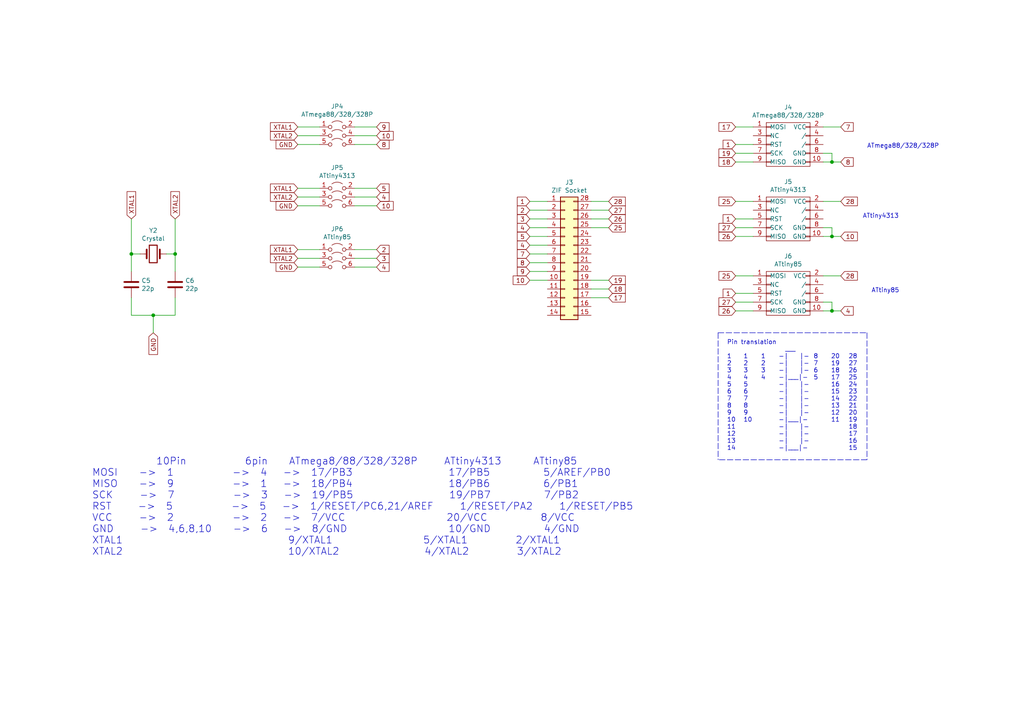
<source format=kicad_sch>
(kicad_sch (version 20231120) (generator "eeschema") (generator_version "8.0")
  (paper "A4")
  (lib_symbols
    (symbol "Connector_Generic:Conn_02x14_Counter_Clockwise" (pin_names (offset 1.016) hide)
      (property "Reference" "J" (at 1.27 17.78 0))
      (property "Value" "Conn_02x14_Counter_Clockwise" (at 1.27 -20.32 0))
      (symbol "Conn_02x14_Counter_Clockwise_1_1"
        (rectangle (start -1.27 -17.653) (end 0 -17.907) (stroke (width 0.1524)))
        (rectangle (start -1.27 -15.113) (end 0 -15.367) (stroke (width 0.1524)))
        (rectangle (start -1.27 -12.573) (end 0 -12.827) (stroke (width 0.1524)))
        (rectangle (start -1.27 -10.033) (end 0 -10.287) (stroke (width 0.1524)))
        (rectangle (start -1.27 -7.493) (end 0 -7.747) (stroke (width 0.1524)))
        (rectangle (start -1.27 -4.953) (end 0 -5.207) (stroke (width 0.1524)))
        (rectangle (start -1.27 -2.413) (end 0 -2.667) (stroke (width 0.1524)))
        (rectangle (start -1.27 0.127) (end 0 -0.127) (stroke (width 0.1524)))
        (rectangle (start -1.27 2.667) (end 0 2.413) (stroke (width 0.1524)))
        (rectangle (start -1.27 5.207) (end 0 4.953) (stroke (width 0.1524)))
        (rectangle (start -1.27 7.747) (end 0 7.493) (stroke (width 0.1524)))
        (rectangle (start -1.27 10.287) (end 0 10.033) (stroke (width 0.1524)))
        (rectangle (start -1.27 12.827) (end 0 12.573) (stroke (width 0.1524)))
        (rectangle (start -1.27 15.367) (end 0 15.113) (stroke (width 0.1524)))
        (rectangle (start -1.27 16.51) (end 3.81 -19.05) (stroke (width 0.254)) (fill (type background)))
        (rectangle (start 3.81 -17.653) (end 2.54 -17.907) (stroke (width 0.1524)))
        (rectangle (start 3.81 -15.113) (end 2.54 -15.367) (stroke (width 0.1524)))
        (rectangle (start 3.81 -12.573) (end 2.54 -12.827) (stroke (width 0.1524)))
        (rectangle (start 3.81 -10.033) (end 2.54 -10.287) (stroke (width 0.1524)))
        (rectangle (start 3.81 -7.493) (end 2.54 -7.747) (stroke (width 0.1524)))
        (rectangle (start 3.81 -4.953) (end 2.54 -5.207) (stroke (width 0.1524)))
        (rectangle (start 3.81 -2.413) (end 2.54 -2.667) (stroke (width 0.1524)))
        (rectangle (start 3.81 0.127) (end 2.54 -0.127) (stroke (width 0.1524)))
        (rectangle (start 3.81 2.667) (end 2.54 2.413) (stroke (width 0.1524)))
        (rectangle (start 3.81 5.207) (end 2.54 4.953) (stroke (width 0.1524)))
        (rectangle (start 3.81 7.747) (end 2.54 7.493) (stroke (width 0.1524)))
        (rectangle (start 3.81 10.287) (end 2.54 10.033) (stroke (width 0.1524)))
        (rectangle (start 3.81 12.827) (end 2.54 12.573) (stroke (width 0.1524)))
        (rectangle (start 3.81 15.367) (end 2.54 15.113) (stroke (width 0.1524)))
        (pin passive line (at -5.08 15.24 0) (length 3.81) (name "Pin_1") (number "1"))
        (pin passive line (at -5.08 -7.62 0) (length 3.81) (name "Pin_10") (number "10"))
        (pin passive line (at -5.08 -10.16 0) (length 3.81) (name "Pin_11") (number "11"))
        (pin passive line (at -5.08 -12.7 0) (length 3.81) (name "Pin_12") (number "12"))
        (pin passive line (at -5.08 -15.24 0) (length 3.81) (name "Pin_13") (number "13"))
        (pin passive line (at -5.08 -17.78 0) (length 3.81) (name "Pin_14") (number "14"))
        (pin passive line (at 7.62 -17.78 180) (length 3.81) (name "Pin_15") (number "15"))
        (pin passive line (at 7.62 -15.24 180) (length 3.81) (name "Pin_16") (number "16"))
        (pin passive line (at 7.62 -12.7 180) (length 3.81) (name "Pin_17") (number "17"))
        (pin passive line (at 7.62 -10.16 180) (length 3.81) (name "Pin_18") (number "18"))
        (pin passive line (at 7.62 -7.62 180) (length 3.81) (name "Pin_19") (number "19"))
        (pin passive line (at -5.08 12.7 0) (length 3.81) (name "Pin_2") (number "2"))
        (pin passive line (at 7.62 -5.08 180) (length 3.81) (name "Pin_20") (number "20"))
        (pin passive line (at 7.62 -2.54 180) (length 3.81) (name "Pin_21") (number "21"))
        (pin passive line (at 7.62 0 180) (length 3.81) (name "Pin_22") (number "22"))
        (pin passive line (at 7.62 2.54 180) (length 3.81) (name "Pin_23") (number "23"))
        (pin passive line (at 7.62 5.08 180) (length 3.81) (name "Pin_24") (number "24"))
        (pin passive line (at 7.62 7.62 180) (length 3.81) (name "Pin_25") (number "25"))
        (pin passive line (at 7.62 10.16 180) (length 3.81) (name "Pin_26") (number "26"))
        (pin passive line (at 7.62 12.7 180) (length 3.81) (name "Pin_27") (number "27"))
        (pin passive line (at 7.62 15.24 180) (length 3.81) (name "Pin_28") (number "28"))
        (pin passive line (at -5.08 10.16 0) (length 3.81) (name "Pin_3") (number "3"))
        (pin passive line (at -5.08 7.62 0) (length 3.81) (name "Pin_4") (number "4"))
        (pin passive line (at -5.08 5.08 0) (length 3.81) (name "Pin_5") (number "5"))
        (pin passive line (at -5.08 2.54 0) (length 3.81) (name "Pin_6") (number "6"))
        (pin passive line (at -5.08 0 0) (length 3.81) (name "Pin_7") (number "7"))
        (pin passive line (at -5.08 -2.54 0) (length 3.81) (name "Pin_8") (number "8"))
        (pin passive line (at -5.08 -5.08 0) (length 3.81) (name "Pin_9") (number "9"))
      )
    )
    (symbol "Device:C" (pin_numbers hide) (pin_names (offset 0.254))
      (property "Reference" "C" (at 0.635 2.54 0))
      (property "Value" "C" (at 0.635 -2.54 0))
      (symbol "C_0_1"
        (polyline (pts (xy -2.032 -0.762) (xy 2.032 -0.762)) (stroke (width 0.508)))
        (polyline (pts (xy -2.032 0.762) (xy 2.032 0.762)) (stroke (width 0.508)))
      )
      (symbol "C_1_1"
        (pin passive line (at 0 3.81 270) (length 2.794) (name "~") (number "1"))
        (pin passive line (at 0 -3.81 90) (length 2.794) (name "~") (number "2"))
      )
    )
    (symbol "Device:Crystal" (pin_numbers hide) (pin_names (offset 1.016) hide)
      (property "Reference" "Y" (at 0 3.81 0))
      (property "Value" "Crystal" (at 0 -3.81 0))
      (symbol "Crystal_0_1"
        (rectangle (start -1.143 2.54) (end 1.143 -2.54) (stroke (width 0.3048)))
        (polyline (pts (xy -2.54 0) (xy -1.905 0)))
        (polyline (pts (xy -1.905 -1.27) (xy -1.905 1.27)) (stroke (width 0.508)))
        (polyline (pts (xy 1.905 -1.27) (xy 1.905 1.27)) (stroke (width 0.508)))
        (polyline (pts (xy 2.54 0) (xy 1.905 0)))
      )
      (symbol "Crystal_1_1"
        (pin passive line (at -3.81 0 0) (length 1.27) (name "1") (number "1"))
        (pin passive line (at 3.81 0 180) (length 1.27) (name "2") (number "2"))
      )
    )
    (symbol "My_Parts:3_pole_Jumper_2_Open" (pin_names (offset 0) hide)
      (property "Reference" "JP" (at 0 2.794 0))
      (property "Value" "3_pole_Jumper_2_Open" (at 0.635 -8.001 0))
      (symbol "3_pole_Jumper_2_Open_0_0"
        (circle (center -2.032 0) (radius 0.508))
        (circle (center 2.032 0) (radius 0.508))
      )
      (symbol "3_pole_Jumper_2_Open_0_1"
        (arc (start 1.524 1.27) (mid 0 1.778) (end -1.524 1.27))
      )
      (symbol "3_pole_Jumper_2_Open_1_1"
        (circle (center -2.032 -5.08) (radius 0.508))
        (circle (center -2.032 -2.54) (radius 0.508))
        (arc (start 1.524 -3.81) (mid 0 -3.302) (end -1.524 -3.81))
        (arc (start 1.524 -1.27) (mid 0 -0.762) (end -1.524 -1.27))
        (circle (center 2.032 -5.08) (radius 0.508))
        (circle (center 2.032 -2.54) (radius 0.508))
        (pin passive line (at -5.08 0 0) (length 2.54) (name "A") (number "1"))
        (pin passive line (at 5.08 0 180) (length 2.54) (name "B") (number "2"))
        (pin passive line (at -5.08 -2.54 0) (length 2.54) (name "3") (number "3"))
        (pin passive line (at 5.08 -2.54 180) (length 2.54) (name "4") (number "4"))
        (pin passive line (at -5.08 -5.08 0) (length 2.54) (name "5") (number "5"))
        (pin passive line (at 5.08 -5.08 180) (length 2.54) (name "6") (number "6"))
      )
    )
    (symbol "My_Parts:ISP_header_Conn_02x05_Odd_Even" (pin_names (offset 1.016))
      (property "Reference" "J" (at 1.27 7.62 0))
      (property "Value" "ISP_header_Conn_02x05_Odd_Even" (at 6.985 -7.62 0))
      (symbol "ISP_header_Conn_02x05_Odd_Even_0_1"
        (polyline (pts (xy -1.27 6.35) (xy -1.27 -6.35) (xy 11.43 -6.35) (xy 11.43 6.35) (xy -1.27 6.35)))
      )
      (symbol "ISP_header_Conn_02x05_Odd_Even_1_1"
        (rectangle (start -1.27 -4.953) (end 0 -5.207) (stroke (width 0.1524)))
        (rectangle (start -1.27 -2.413) (end 0 -2.667) (stroke (width 0.1524)))
        (rectangle (start -1.27 0.127) (end 0 -0.127) (stroke (width 0.1524)))
        (rectangle (start -1.27 2.667) (end 0 2.413) (stroke (width 0.1524)))
        (rectangle (start -1.27 5.207) (end 0 4.953) (stroke (width 0.1524)))
        (rectangle (start 11.43 -4.953) (end 10.16 -5.207) (stroke (width 0.1524)))
        (rectangle (start 11.43 -2.413) (end 10.16 -2.667) (stroke (width 0.1524)))
        (rectangle (start 11.43 0.127) (end 10.16 -0.127) (stroke (width 0.1524)))
        (rectangle (start 11.43 2.667) (end 10.16 2.413) (stroke (width 0.1524)))
        (rectangle (start 11.43 5.207) (end 10.16 4.953) (stroke (width 0.1524)))
        (pin passive line (at -5.08 5.08 0) (length 3.81) (name "MOSI") (number "1"))
        (pin passive line (at 15.24 -5.08 180) (length 3.81) (name "GND") (number "10"))
        (pin passive line (at 15.24 5.08 180) (length 3.81) (name "VCC") (number "2"))
        (pin passive line (at -5.08 2.54 0) (length 3.81) (name "NC") (number "3"))
        (pin passive line (at 15.24 2.54 180) (length 3.81) (name "/") (number "4"))
        (pin passive line (at -5.08 0 0) (length 3.81) (name "RST") (number "5"))
        (pin passive line (at 15.24 0 180) (length 3.81) (name "/") (number "6"))
        (pin passive line (at -5.08 -2.54 0) (length 3.81) (name "SCK") (number "7"))
        (pin passive line (at 15.24 -2.54 180) (length 3.81) (name "GND") (number "8"))
        (pin passive line (at -5.08 -5.08 0) (length 3.81) (name "MISO") (number "9"))
      )
    )
  )
  (junction (at 38.1 73.66))
  (junction (at 44.45 91.44))
  (junction (at 241.3 46.99))
  (junction (at 241.3 90.17))
  (junction (at 50.8 73.66))
  (junction (at 241.3 68.58))
  (wire (pts (xy 158.75 66.04) (xy 153.67 66.04)))
  (wire (pts (xy 92.71 36.83) (xy 86.36 36.83)))
  (wire (pts (xy 38.1 73.66) (xy 40.64 73.66)))
  (wire (pts (xy 92.71 59.69) (xy 86.36 59.69)))
  (polyline (pts (xy 251.46 96.52) (xy 251.46 133.35)) (stroke (width 0) (type dash)))
  (wire (pts (xy 213.36 87.63) (xy 218.44 87.63)))
  (wire (pts (xy 158.75 60.96) (xy 153.67 60.96)))
  (wire (pts (xy 109.22 41.91) (xy 102.87 41.91)))
  (wire (pts (xy 44.45 91.44) (xy 44.45 96.52)))
  (wire (pts (xy 238.76 66.04) (xy 241.3 66.04)))
  (wire (pts (xy 218.44 41.91) (xy 213.36 41.91)))
  (wire (pts (xy 109.22 57.15) (xy 102.87 57.15)))
  (wire (pts (xy 171.45 58.42) (xy 176.53 58.42)))
  (wire (pts (xy 48.26 73.66) (xy 50.8 73.66)))
  (wire (pts (xy 241.3 44.45) (xy 241.3 46.99)))
  (wire (pts (xy 241.3 90.17) (xy 243.84 90.17)))
  (wire (pts (xy 176.53 83.82) (xy 171.45 83.82)))
  (wire (pts (xy 238.76 90.17) (xy 241.3 90.17)))
  (wire (pts (xy 243.84 58.42) (xy 238.76 58.42)))
  (wire (pts (xy 92.71 41.91) (xy 86.36 41.91)))
  (wire (pts (xy 241.3 46.99) (xy 243.84 46.99)))
  (wire (pts (xy 176.53 60.96) (xy 171.45 60.96)))
  (wire (pts (xy 218.44 63.5) (xy 213.36 63.5)))
  (wire (pts (xy 238.76 80.01) (xy 243.84 80.01)))
  (wire (pts (xy 86.36 74.93) (xy 92.71 74.93)))
  (wire (pts (xy 50.8 91.44) (xy 50.8 86.36)))
  (wire (pts (xy 158.75 78.74) (xy 153.67 78.74)))
  (wire (pts (xy 158.75 81.28) (xy 153.67 81.28)))
  (wire (pts (xy 158.75 76.2) (xy 153.67 76.2)))
  (wire (pts (xy 102.87 72.39) (xy 109.22 72.39)))
  (wire (pts (xy 102.87 77.47) (xy 109.22 77.47)))
  (wire (pts (xy 238.76 68.58) (xy 241.3 68.58)))
  (wire (pts (xy 109.22 36.83) (xy 102.87 36.83)))
  (wire (pts (xy 92.71 54.61) (xy 86.36 54.61)))
  (polyline (pts (xy 208.28 96.52) (xy 251.46 96.52)) (stroke (width 0) (type dash)))
  (wire (pts (xy 218.44 90.17) (xy 213.36 90.17)))
  (wire (pts (xy 92.71 72.39) (xy 86.36 72.39)))
  (wire (pts (xy 238.76 44.45) (xy 241.3 44.45)))
  (wire (pts (xy 213.36 58.42) (xy 218.44 58.42)))
  (wire (pts (xy 176.53 66.04) (xy 171.45 66.04)))
  (wire (pts (xy 38.1 78.74) (xy 38.1 73.66)))
  (wire (pts (xy 109.22 54.61) (xy 102.87 54.61)))
  (wire (pts (xy 218.44 68.58) (xy 213.36 68.58)))
  (wire (pts (xy 50.8 63.5) (xy 50.8 73.66)))
  (wire (pts (xy 86.36 57.15) (xy 92.71 57.15)))
  (wire (pts (xy 218.44 36.83) (xy 213.36 36.83)))
  (wire (pts (xy 109.22 39.37) (xy 102.87 39.37)))
  (wire (pts (xy 176.53 81.28) (xy 171.45 81.28)))
  (wire (pts (xy 218.44 46.99) (xy 213.36 46.99)))
  (wire (pts (xy 92.71 77.47) (xy 86.36 77.47)))
  (wire (pts (xy 241.3 87.63) (xy 241.3 90.17)))
  (wire (pts (xy 158.75 68.58) (xy 153.67 68.58)))
  (wire (pts (xy 243.84 36.83) (xy 238.76 36.83)))
  (wire (pts (xy 109.22 74.93) (xy 102.87 74.93)))
  (wire (pts (xy 218.44 85.09) (xy 213.36 85.09)))
  (wire (pts (xy 44.45 91.44) (xy 50.8 91.44)))
  (wire (pts (xy 218.44 44.45) (xy 213.36 44.45)))
  (wire (pts (xy 158.75 63.5) (xy 153.67 63.5)))
  (wire (pts (xy 158.75 58.42) (xy 153.67 58.42)))
  (wire (pts (xy 38.1 91.44) (xy 44.45 91.44)))
  (wire (pts (xy 158.75 73.66) (xy 153.67 73.66)))
  (wire (pts (xy 38.1 73.66) (xy 38.1 63.5)))
  (wire (pts (xy 241.3 68.58) (xy 243.84 68.58)))
  (wire (pts (xy 38.1 86.36) (xy 38.1 91.44)))
  (wire (pts (xy 176.53 86.36) (xy 171.45 86.36)))
  (wire (pts (xy 241.3 66.04) (xy 241.3 68.58)))
  (wire (pts (xy 218.44 80.01) (xy 213.36 80.01)))
  (wire (pts (xy 176.53 63.5) (xy 171.45 63.5)))
  (wire (pts (xy 213.36 66.04) (xy 218.44 66.04)))
  (polyline (pts (xy 251.46 133.35) (xy 208.28 133.35)) (stroke (width 0) (type dash)))
  (wire (pts (xy 50.8 73.66) (xy 50.8 78.74)))
  (wire (pts (xy 238.76 46.99) (xy 241.3 46.99)))
  (wire (pts (xy 92.71 39.37) (xy 86.36 39.37)))
  (polyline (pts (xy 208.28 96.52) (xy 208.28 133.35)) (stroke (width 0) (type dash)))
  (wire (pts (xy 158.75 71.12) (xy 153.67 71.12)))
  (wire (pts (xy 238.76 87.63) (xy 241.3 87.63)))
  (wire (pts (xy 109.22 59.69) (xy 102.87 59.69)))
  (text "ATtiny85" (at 252.73 85.09 0) (effects (font (size 1.27 1.27)) (justify left bottom)))
  (text "Pin translation\n			  ___\n1	1	1	-|	 |-	8	20	28	\n2	2	2	-|	 |-	7	19	27\n3	3	3	-|	 |-	6	18	26\n4	4	4	-|___|-	5	17	25\n5	5		-|	 |-		16	24\n6	6		-|	 |-		15	23\n7	7		-|	 |-		14	22\n8	8		-|	 |-		13	21\n9	9		-|	 |-		12	20\n10	10		-|___|-		11	19\n11			-|	 |-			18\n12			-|	 |-			17\n13			-|	 |-			16\n14			-|___|-			15" (at 210.82 130.81 0) (effects (font (size 1.27 1.27)) (justify left bottom)))
  (text "ATmega88/328/328P" (at 251.46 43.18 0) (effects (font (size 1.27 1.27)) (justify left bottom)))
  (text "            10Pin           6pin    ATmega8/88/328/328P     ATtiny4313      ATtiny85  \nMOSI    ->  1           ->  4   ->  17/PB3                  17/PB5          5/AREF/PB0  \nMISO    ->  9           ->  1   ->  18/PB4                  18/PB6          6/PB1  \nSCK     ->  7           ->  3   ->  19/PB5                  19/PB7          7/PB2  \nRST     ->  5           ->  5   ->  1/RESET/PC6,21/AREF     1/RESET/PA2     1/RESET/PB5  \nVCC     ->  2           ->  2   ->  7/VCC                   20/VCC          8/VCC  \nGND     ->  4,6,8,10    ->  6   ->  8/GND                   10/GND          4/GND  \nXTAL1                               9/XTAL1                 5/XTAL1         2/XTAL1\nXTAL2                               10/XTAL2                4/XTAL2         3/XTAL2" (at 26.67 161.29 0) (effects (font (size 2.032 2.032)) (justify left bottom)))
  (text "ATtiny4313" (at 250.19 63.5 0) (effects (font (size 1.27 1.27)) (justify left bottom)))
  (global_label "4" (shape input) (at 109.22 57.15 0) (property "Intersheetrefs" "${INTERSHEET_REFS}" (effects (hide yes))))
  (global_label "1" (shape input) (at 213.36 85.09 180) (property "Intersheetrefs" "${INTERSHEET_REFS}" (effects (hide yes))))
  (global_label "26" (shape input) (at 213.36 68.58 180) (property "Intersheetrefs" "${INTERSHEET_REFS}" (effects (hide yes))))
  (global_label "10" (shape input) (at 243.84 68.58 0) (property "Intersheetrefs" "${INTERSHEET_REFS}" (effects (hide yes))))
  (global_label "8" (shape input) (at 153.67 76.2 180) (property "Intersheetrefs" "${INTERSHEET_REFS}" (effects (hide yes))))
  (global_label "XTAL2" (shape input) (at 86.36 57.15 180) (property "Intersheetrefs" "${INTERSHEET_REFS}" (effects (hide yes))))
  (global_label "4" (shape input) (at 109.22 77.47 0) (property "Intersheetrefs" "${INTERSHEET_REFS}" (effects (hide yes))))
  (global_label "4" (shape input) (at 153.67 71.12 180) (property "Intersheetrefs" "${INTERSHEET_REFS}" (effects (hide yes))))
  (global_label "XTAL1" (shape input) (at 86.36 36.83 180) (property "Intersheetrefs" "${INTERSHEET_REFS}" (effects (hide yes))))
  (global_label "18" (shape input) (at 176.53 83.82 0) (property "Intersheetrefs" "${INTERSHEET_REFS}" (effects (hide yes))))
  (global_label "27" (shape input) (at 213.36 66.04 180) (property "Intersheetrefs" "${INTERSHEET_REFS}" (effects (hide yes))))
  (global_label "5" (shape input) (at 153.67 68.58 180) (property "Intersheetrefs" "${INTERSHEET_REFS}" (effects (hide yes))))
  (global_label "27" (shape input) (at 176.53 60.96 0) (property "Intersheetrefs" "${INTERSHEET_REFS}" (effects (hide yes))))
  (global_label "8" (shape input) (at 243.84 46.99 0) (property "Intersheetrefs" "${INTERSHEET_REFS}" (effects (hide yes))))
  (global_label "25" (shape input) (at 213.36 80.01 180) (property "Intersheetrefs" "${INTERSHEET_REFS}" (effects (hide yes))))
  (global_label "GND" (shape input) (at 44.45 96.52 270) (property "Intersheetrefs" "${INTERSHEET_REFS}" (effects (hide yes))))
  (global_label "28" (shape input) (at 243.84 80.01 0) (property "Intersheetrefs" "${INTERSHEET_REFS}" (effects (hide yes))))
  (global_label "GND" (shape input) (at 86.36 59.69 180) (property "Intersheetrefs" "${INTERSHEET_REFS}" (effects (hide yes))))
  (global_label "26" (shape input) (at 176.53 63.5 0) (property "Intersheetrefs" "${INTERSHEET_REFS}" (effects (hide yes))))
  (global_label "28" (shape input) (at 243.84 58.42 0) (property "Intersheetrefs" "${INTERSHEET_REFS}" (effects (hide yes))))
  (global_label "27" (shape input) (at 213.36 87.63 180) (property "Intersheetrefs" "${INTERSHEET_REFS}" (effects (hide yes))))
  (global_label "7" (shape input) (at 243.84 36.83 0) (property "Intersheetrefs" "${INTERSHEET_REFS}" (effects (hide yes))))
  (global_label "5" (shape input) (at 109.22 54.61 0) (property "Intersheetrefs" "${INTERSHEET_REFS}" (effects (hide yes))))
  (global_label "2" (shape input) (at 109.22 72.39 0) (property "Intersheetrefs" "${INTERSHEET_REFS}" (effects (hide yes))))
  (global_label "19" (shape input) (at 213.36 44.45 180) (property "Intersheetrefs" "${INTERSHEET_REFS}" (effects (hide yes))))
  (global_label "9" (shape input) (at 109.22 36.83 0) (property "Intersheetrefs" "${INTERSHEET_REFS}" (effects (hide yes))))
  (global_label "1" (shape input) (at 213.36 41.91 180) (property "Intersheetrefs" "${INTERSHEET_REFS}" (effects (hide yes))))
  (global_label "17" (shape input) (at 213.36 36.83 180) (property "Intersheetrefs" "${INTERSHEET_REFS}" (effects (hide yes))))
  (global_label "7" (shape input) (at 153.67 73.66 180) (property "Intersheetrefs" "${INTERSHEET_REFS}" (effects (hide yes))))
  (global_label "18" (shape input) (at 213.36 46.99 180) (property "Intersheetrefs" "${INTERSHEET_REFS}" (effects (hide yes))))
  (global_label "XTAL2" (shape input) (at 50.8 63.5 90) (property "Intersheetrefs" "${INTERSHEET_REFS}" (effects (hide yes))))
  (global_label "XTAL2" (shape input) (at 86.36 74.93 180) (property "Intersheetrefs" "${INTERSHEET_REFS}" (effects (hide yes))))
  (global_label "10" (shape input) (at 109.22 59.69 0) (property "Intersheetrefs" "${INTERSHEET_REFS}" (effects (hide yes))))
  (global_label "17" (shape input) (at 176.53 86.36 0) (property "Intersheetrefs" "${INTERSHEET_REFS}" (effects (hide yes))))
  (global_label "26" (shape input) (at 213.36 90.17 180) (property "Intersheetrefs" "${INTERSHEET_REFS}" (effects (hide yes))))
  (global_label "25" (shape input) (at 176.53 66.04 0) (property "Intersheetrefs" "${INTERSHEET_REFS}" (effects (hide yes))))
  (global_label "XTAL1" (shape input) (at 86.36 54.61 180) (property "Intersheetrefs" "${INTERSHEET_REFS}" (effects (hide yes))))
  (global_label "3" (shape input) (at 153.67 63.5 180) (property "Intersheetrefs" "${INTERSHEET_REFS}" (effects (hide yes))))
  (global_label "19" (shape input) (at 176.53 81.28 0) (property "Intersheetrefs" "${INTERSHEET_REFS}" (effects (hide yes))))
  (global_label "10" (shape input) (at 153.67 81.28 180) (property "Intersheetrefs" "${INTERSHEET_REFS}" (effects (hide yes))))
  (global_label "XTAL2" (shape input) (at 86.36 39.37 180) (property "Intersheetrefs" "${INTERSHEET_REFS}" (effects (hide yes))))
  (global_label "GND" (shape input) (at 86.36 41.91 180) (property "Intersheetrefs" "${INTERSHEET_REFS}" (effects (hide yes))))
  (global_label "8" (shape input) (at 109.22 41.91 0) (property "Intersheetrefs" "${INTERSHEET_REFS}" (effects (hide yes))))
  (global_label "4" (shape input) (at 153.67 66.04 180) (property "Intersheetrefs" "${INTERSHEET_REFS}" (effects (hide yes))))
  (global_label "9" (shape input) (at 153.67 78.74 180) (property "Intersheetrefs" "${INTERSHEET_REFS}" (effects (hide yes))))
  (global_label "25" (shape input) (at 213.36 58.42 180) (property "Intersheetrefs" "${INTERSHEET_REFS}" (effects (hide yes))))
  (global_label "GND" (shape input) (at 86.36 77.47 180) (property "Intersheetrefs" "${INTERSHEET_REFS}" (effects (hide yes))))
  (global_label "1" (shape input) (at 153.67 58.42 180) (property "Intersheetrefs" "${INTERSHEET_REFS}" (effects (hide yes))))
  (global_label "XTAL1" (shape input) (at 86.36 72.39 180) (property "Intersheetrefs" "${INTERSHEET_REFS}" (effects (hide yes))))
  (global_label "28" (shape input) (at 176.53 58.42 0) (property "Intersheetrefs" "${INTERSHEET_REFS}" (effects (hide yes))))
  (global_label "2" (shape input) (at 153.67 60.96 180) (property "Intersheetrefs" "${INTERSHEET_REFS}" (effects (hide yes))))
  (global_label "1" (shape input) (at 213.36 63.5 180) (property "Intersheetrefs" "${INTERSHEET_REFS}" (effects (hide yes))))
  (global_label "3" (shape input) (at 109.22 74.93 0) (property "Intersheetrefs" "${INTERSHEET_REFS}" (effects (hide yes))))
  (global_label "4" (shape input) (at 243.84 90.17 0) (property "Intersheetrefs" "${INTERSHEET_REFS}" (effects (hide yes))))
  (global_label "10" (shape input) (at 109.22 39.37 0) (property "Intersheetrefs" "${INTERSHEET_REFS}" (effects (hide yes))))
  (global_label "XTAL1" (shape input) (at 38.1 63.5 90) (property "Intersheetrefs" "${INTERSHEET_REFS}" (effects (hide yes))))
  (symbol (lib_id "My_Parts:ISP_header_Conn_02x05_Odd_Even") (at 223.52 63.5 0) (unit 1)
    (property "Reference" "J5" (at 228.6 52.705 0))
    (property "Value" "ATtiny4313" (at 228.6 55.0164 0))
    (property "Footprint" "My_Misc:IDC-Header_2x05_P2.54mm_Vertical_large" (effects (hide yes)))
  )
  (symbol (lib_id "My_Parts:3_pole_Jumper_2_Open") (at 97.79 54.61 0) (unit 1)
    (property "Reference" "JP5" (at 97.79 48.641 0))
    (property "Value" "ATtiny4313" (at 97.79 50.9524 0))
    (property "Footprint" "My_Parts:3-pole_jumper_2x03_P2.54mm_Vertical" (effects (hide yes)))
  )
  (symbol (lib_id "Device:C") (at 50.8 82.55 0) (unit 1)
    (property "Reference" "C6" (at 53.721 81.3816 0) (effects (justify left)))
    (property "Value" "22p" (at 53.721 83.693 0) (effects (justify left)))
    (property "Footprint" "My_Misc:C_Disc_D3.0mm_W1.6mm_P2.50mm_larg" (effects (hide yes)))
  )
  (symbol (lib_id "My_Parts:3_pole_Jumper_2_Open") (at 97.79 36.83 0) (unit 1)
    (property "Reference" "JP4" (at 97.79 30.861 0))
    (property "Value" "ATmega88/328/328P" (at 97.79 33.1724 0))
    (property "Footprint" "My_Parts:3-pole_jumper_2x03_P2.54mm_Vertical" (effects (hide yes)))
  )
  (symbol (lib_id "Device:Crystal") (at 44.45 73.66 0) (unit 1)
    (property "Reference" "Y2" (at 44.45 66.8528 0))
    (property "Value" "Crystal" (at 44.45 69.1642 0))
    (property "Footprint" "My_Headers:2-pin_Crystal_header_large" (effects (hide yes)))
  )
  (symbol (lib_id "My_Parts:ISP_header_Conn_02x05_Odd_Even") (at 223.52 85.09 0) (unit 1)
    (property "Reference" "J6" (at 228.6 74.295 0))
    (property "Value" "ATtiny85" (at 228.6 76.6064 0))
    (property "Footprint" "My_Misc:IDC-Header_2x05_P2.54mm_Vertical_large" (effects (hide yes)))
  )
  (symbol (lib_id "My_Parts:ISP_header_Conn_02x05_Odd_Even") (at 223.52 41.91 0) (unit 1)
    (property "Reference" "J4" (at 228.6 31.115 0))
    (property "Value" "ATmega88{slash}328{slash}328P" (at 228.6 33.4264 0))
    (property "Footprint" "My_Misc:IDC-Header_2x05_P2.54mm_Vertical_large" (effects (hide yes)))
  )
  (symbol (lib_id "Device:C") (at 38.1 82.55 0) (unit 1)
    (property "Reference" "C5" (at 41.021 81.3816 0) (effects (justify left)))
    (property "Value" "22p" (at 41.021 83.693 0) (effects (justify left)))
    (property "Footprint" "My_Misc:C_Disc_D3.0mm_W1.6mm_P2.50mm_larg" (effects (hide yes)))
  )
  (symbol (lib_id "My_Parts:3_pole_Jumper_2_Open") (at 97.79 72.39 0) (unit 1)
    (property "Reference" "JP6" (at 97.79 66.421 0))
    (property "Value" "ATtiny85" (at 97.79 68.7324 0))
    (property "Footprint" "My_Parts:3-pole_jumper_2x03_P2.54mm_Vertical" (effects (hide yes)))
  )
  (symbol (lib_id "Connector_Generic:Conn_02x14_Counter_Clockwise") (at 163.83 73.66 0) (unit 1)
    (property "Reference" "J3" (at 165.1 52.9082 0))
    (property "Value" "ZIF Socket" (at 165.1 55.2196 0))
    (property "Footprint" "My_Misc:ZIF_DIP_Socket-28_W6.9_W7.62_W7.62_W12.7_W13.5_large" (effects (hide yes)))
  )
)
</source>
